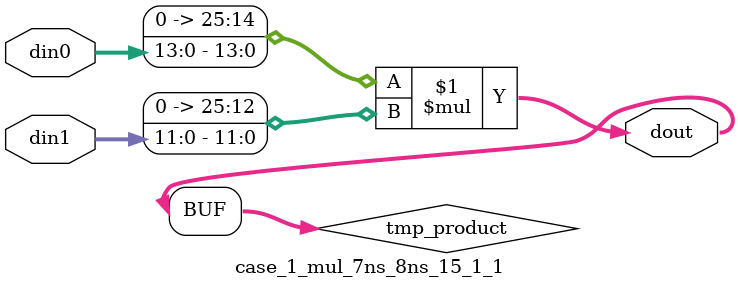
<source format=v>

`timescale 1 ns / 1 ps

 (* use_dsp = "no" *)  module case_1_mul_7ns_8ns_15_1_1(din0, din1, dout);
parameter ID = 1;
parameter NUM_STAGE = 0;
parameter din0_WIDTH = 14;
parameter din1_WIDTH = 12;
parameter dout_WIDTH = 26;

input [din0_WIDTH - 1 : 0] din0; 
input [din1_WIDTH - 1 : 0] din1; 
output [dout_WIDTH - 1 : 0] dout;

wire signed [dout_WIDTH - 1 : 0] tmp_product;
























assign tmp_product = $signed({1'b0, din0}) * $signed({1'b0, din1});











assign dout = tmp_product;





















endmodule

</source>
